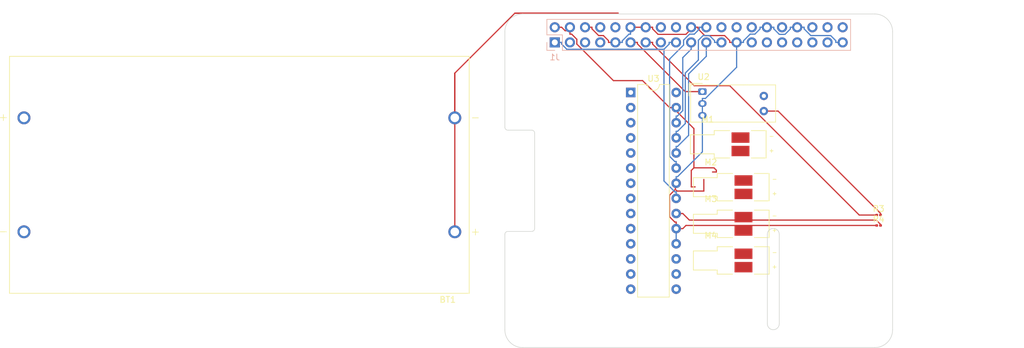
<source format=kicad_pcb>
(kicad_pcb (version 20240108) (generator "pcbnew") (generator_version "8.0")
  (title_block (date "15 nov 2012"))
  (layers (0 "F.Cu" signal) (31 "B.Cu" signal) (34 "B.Paste" user) (35 "F.Paste" user) (36 "B.SilkS" user "B.Silkscreen") (37 "F.SilkS" user "F.Silkscreen") (38 "B.Mask" user) (39 "F.Mask" user) (44 "Edge.Cuts" user))
  (net 0 "")
  (net 1 "GND")
  (net 2 "/GPIO2{slash}SDA1")
  (net 3 "/GPIO3{slash}SCL1")
  (net 4 "/GPIO4{slash}GPCLK0")
  (net 5 "/GPIO14{slash}TXD0")
  (net 6 "/GPIO15{slash}RXD0")
  (net 7 "/GPIO17")
  (net 8 "/GPIO27")
  (net 9 "/GPIO22")
  (net 10 "/GPIO23")
  (net 11 "/GPIO24")
  (net 12 "/GPIO10{slash}SPI0.MOSI")
  (net 13 "/GPIO9{slash}SPI0.MISO")
  (net 14 "/GPIO25")
  (net 15 "/GPIO11{slash}SPI0.SCLK")
  (net 16 "/GPIO8{slash}SPI0.CE0")
  (net 17 "/GPIO7{slash}SPI0.CE1")
  (net 18 "/ID_SDA")
  (net 19 "/ID_SCL")
  (net 20 "/GPIO5")
  (net 21 "/GPIO6")
  (net 22 "/GPIO12{slash}PWM0")
  (net 23 "/GPIO13{slash}PWM1")
  (net 24 "/GPIO19{slash}PCM.FS")
  (net 25 "/GPIO16")
  (net 26 "/GPIO26")
  (net 27 "/GPIO20{slash}PCM.DIN")
  (net 28 "/GPIO21{slash}PCM.DOUT")
  (net 29 "+5V")
  (net 30 "+3V3")
  (net 31 "Net-(U2-A)")
  (net 51 "Net-(U3-IREF)")
  (footprint "MountingHole:MountingHole_2.7mm_M2.5" (layer "F.Cu") (at 161.5 47.5)
    (property "Reference" "MH2" (hide yes))
    (property "Value" "MountingHole_2.7mm_M2.5" (hide yes))
    (pad "" np_thru_hole circle (at 0 0) (size 2.7 2.7) (drill 2.7) (layers "*.Cu" "*.Mask"))
  )
  (footprint "1049:BAT_1049" (layer "F.Cu") (at 55.5 71 180)
    (property "Reference" "BT1" (at -34.925 -20.955 0) (layer "F.SilkS"))
    (property "Value" "1049")
    (fp_line (start 40.065 -9.565) (end 39.065 -9.565) (stroke (width 0.127)) (layer "F.SilkS"))
    (fp_line (start 39.565 9.105) (end 39.565 10.105) (stroke (width 0.127)) (layer "F.SilkS"))
    (fp_line (start 39.065 9.605) (end 40.065 9.605) (stroke (width 0.127)) (layer "F.SilkS"))
    (fp_line (start 38.53 19.89) (end -38.53 19.89) (stroke (width 0.127)) (layer "F.SilkS"))
    (fp_line (start 38.53 -19.89) (end 38.53 19.89) (stroke (width 0.127)) (layer "F.SilkS"))
    (fp_line (start -38.53 19.89) (end -38.53 -19.89) (stroke (width 0.127)) (layer "F.SilkS"))
    (fp_line (start -38.53 -19.89) (end 38.53 -19.89) (stroke (width 0.127)) (layer "F.SilkS"))
    (fp_line (start -39.065 -9.605) (end -40.065 -9.605) (stroke (width 0.127)) (layer "F.SilkS"))
    (fp_line (start -39.565 -9.105) (end -39.565 -10.105) (stroke (width 0.127)) (layer "F.SilkS"))
    (fp_line (start -40.065 9.565) (end -39.065 9.565) (stroke (width 0.127)) (layer "F.SilkS"))
    (pad "" np_thru_hole circle (at -27.31 -0.015 180) (size 3.31 3.31) (drill 3.31) (layers "*.Cu" "*.Mask"))
    (pad "" np_thru_hole circle (at -27.31 17.5 180) (size 3.68 3.68) (drill 3.68) (layers "*.Cu" "*.Mask"))
    (pad "" np_thru_hole circle (at 27.89 -17.5 180) (size 3.68 3.68) (drill 3.68) (layers "*.Cu" "*.Mask"))
    (pad "" np_thru_hole circle (at 27.89 -0.015 180) (size 3.31 3.31) (drill 3.31) (layers "*.Cu" "*.Mask"))
    (pad "" np_thru_hole circle (at 36.11 17.5 180) (size 2.51 2.51) (drill 2.51) (layers "*.Cu" "*.Mask"))
    (pad "N1" thru_hole circle (at 36.11 -9.565 180) (size 2.175 2.175) (drill 1.45) (layers "*.Cu" "*.Mask") (net 1 "GND"))
    (pad "N2" thru_hole circle (at -36.11 9.565 180) (size 2.175 2.175) (drill 1.45) (layers "*.Cu" "*.Mask") (net 29 "+5V"))
    (pad "P1" thru_hole circle (at -36.11 -9.565 180) (size 2.175 2.175) (drill 1.45) (layers "*.Cu" "*.Mask") (net 29 "+5V"))
    (pad "P2" thru_hole circle (at 36.11 9.565 180) (size 2.175 2.175) (drill 1.45) (layers "*.Cu" "*.Mask") (net 1 "GND"))
  )
  (footprint "HD-EMB1305-SC:PUI_HD-EMB1305-SC" (layer "F.Cu") (at 140 73.075)
    (property "Reference" "M2" (at -5.475 -4.185 0) (layer "F.SilkS"))
    (property "Value" "Motor_DC")
    (fp_line (start -8.4 -1.6) (end -4.4 -1.6) (stroke (width 0.127)) (layer "F.SilkS"))
    (fp_line (start -8.4 1.6) (end -8.4 -1.6) (stroke (width 0.127)) (layer "F.SilkS"))
    (fp_line (start -4.4 -2.3) (end -1.82 -2.3) (stroke (width 0.127)) (layer "F.SilkS"))
    (fp_line (start -4.4 -1.6) (end -4.4 -2.3) (stroke (width 0.127)) (layer "F.SilkS"))
    (fp_line (start -4.4 1.6) (end -8.4 1.6) (stroke (width 0.127)) (layer "F.SilkS"))
    (fp_line (start -4.4 2.3) (end -4.4 1.6) (stroke (width 0.127)) (layer "F.SilkS"))
    (fp_line (start -1.82 2.3) (end -4.4 2.3) (stroke (width 0.127)) (layer "F.SilkS"))
    (fp_line (start 1.82 -2.3) (end 4.3 -2.3) (stroke (width 0.127)) (layer "F.SilkS"))
    (fp_line (start 4.3 -2.3) (end 4.3 2.3) (stroke (width 0.127)) (layer "F.SilkS"))
    (fp_line (start 4.3 2.3) (end 1.82 2.3) (stroke (width 0.127)) (layer "F.SilkS"))
    (fp_line (start 4.957 -1.318) (end 5.457 -1.318) (stroke (width 0.127)) (layer "F.SilkS"))
    (fp_line (start 4.957 1.095) (end 5.457 1.095) (stroke (width 0.127)) (layer "F.SilkS"))
    (fp_line (start 5.207 0.845) (end 5.207 1.345) (stroke (width 0.127)) (layer "F.SilkS"))
    (pad "N" smd rect (at 0 -1.125) (size 3 1.75) (layers "F.Cu" "F.Paste" "F.Mask"))
    (pad "P" smd rect (at 0 1.125) (size 3 1.75) (layers "F.Cu" "F.Paste" "F.Mask"))
  )
  (footprint "Resistor_SMD:R_0201_0603Metric" (layer "F.Cu") (at 162.655 79.5)
    (property "Reference" "R4" (at 0 -1.05 0) (layer "F.SilkS"))
    (property "Value" "10k")
    (pad "1" smd roundrect (at -0.32 0) (size 0.46 0.4) (layers "F.Cu" "F.Mask") (net 1 "GND"))
    (pad "2" smd roundrect (at 0.32 0) (size 0.46 0.4) (layers "F.Cu" "F.Mask") (net 51 "Net-(U3-IREF)"))
  )
  (footprint "MountingHole:MountingHole_2.7mm_M2.5" (layer "F.Cu") (at 103.5 96.5)
    (property "Reference" "MH3" (hide yes))
    (property "Value" "MountingHole_2.7mm_M2.5" (hide yes))
    (pad "" np_thru_hole circle (at 0 0) (size 2.7 2.7) (drill 2.7) (layers "*.Cu" "*.Mask"))
  )
  (footprint "MountingHole:MountingHole_2.7mm_M2.5" (layer "F.Cu") (at 103.5 47.5)
    (property "Reference" "MH1" (hide yes))
    (property "Value" "MountingHole_2.7mm_M2.5" (hide yes))
    (pad "" np_thru_hole circle (at 0 0) (size 2.7 2.7) (drill 2.7) (layers "*.Cu" "*.Mask"))
  )
  (footprint "Resistor_SMD:R_0201_0603Metric" (layer "F.Cu") (at 162.655 77.75)
    (property "Reference" "R3" (at 0 -1.05 0) (layer "F.SilkS"))
    (property "Value" "10k")
    (pad "1" smd roundrect (at -0.32 0) (size 0.46 0.4) (layers "F.Cu" "F.Mask") (net 8 "/GPIO27"))
    (pad "2" smd roundrect (at 0.32 0) (size 0.46 0.4) (layers "F.Cu" "F.Mask") (net 31 "Net-(U2-A)"))
  )
  (footprint "OptoDevice:Kodenshi_LG206D" (layer "F.Cu") (at 133.115 57.03)
    (property "Reference" "U2" (at 0.2 -2.47 0) (layer "F.SilkS"))
    (property "Value" "LG206D")
    (fp_line (start -2.23 -1.37) (end 0 -1.37) (stroke (width 0.12)) (layer "F.SilkS"))
    (fp_line (start -2.23 0.73) (end -2.23 -1.37) (stroke (width 0.12)) (layer "F.SilkS"))
    (fp_line (start -1.97 -1.12) (end 12.27 -1.12) (stroke (width 0.12)) (layer "F.SilkS"))
    (fp_line (start -1.97 5.12) (end -1.97 -1.12) (stroke (width 0.12)) (layer "F.SilkS"))
    (fp_line (start 12.27 -1.12) (end 12.27 5.12) (stroke (width 0.12)) (layer "F.SilkS"))
    (fp_line (start 12.27 5.12) (end -1.97 5.12) (stroke (width 0.12)) (layer "F.SilkS"))
    (pad "" np_thru_hole circle (at -1.45 4.6) (size 0.8 0.8) (drill 0.8) (layers "*.Cu" "*.Mask"))
    (pad "" np_thru_hole circle (at 7.51 -0.6) (size 0.8 0.8) (drill 0.8) (layers "*.Cu" "*.Mask"))
    (pad "1" thru_hole roundrect (at 0 0) (size 1.4 1.1) (drill 0.7) (layers "*.Cu" "*.Mask") (roundrect_rratio 0.227) (net 7 "/GPIO17"))
    (pad "2" thru_hole oval (at 0 2) (size 1.4 1.1) (drill 0.7) (layers "*.Cu" "*.Mask") (net 1 "GND"))
    (pad "3" thru_hole oval (at 0 4) (size 1.4 1.1) (drill 0.7) (layers "*.Cu" "*.Mask") (net 1 "GND"))
    (pad "4" thru_hole circle (at 10.3 3.27) (size 1.4 1.4) (drill 0.7) (layers "*.Cu" "*.Mask") (net 31 "Net-(U2-A)"))
    (pad "5" thru_hole circle (at 10.3 0.73) (size 1.4 1.4) (drill 0.7) (layers "*.Cu" "*.Mask"))
  )
  (footprint "MountingHole:MountingHole_2.7mm_M2.5" (layer "F.Cu") (at 161.5 96.5)
    (property "Reference" "MH4" (hide yes))
    (property "Value" "MountingHole_2.7mm_M2.5" (hide yes))
    (pad "" np_thru_hole circle (at 0 0) (size 2.7 2.7) (drill 2.7) (layers "*.Cu" "*.Mask"))
  )
  (footprint "Package_DIP:DIP-28_W7.62mm" (layer "F.Cu") (at 121.1 57.175)
    (property "Reference" "U3" (at 3.81 -2.33 0) (layer "F.SilkS"))
    (property "Value" "TLC5940NT")
    (fp_line (start 1.16 -1.33) (end 1.16 34.35) (stroke (width 0.12)) (layer "F.SilkS"))
    (fp_line (start 1.16 34.35) (end 6.46 34.35) (stroke (width 0.12)) (layer "F.SilkS"))
    (fp_line (start 2.81 -1.33) (end 1.16 -1.33) (stroke (width 0.12)) (layer "F.SilkS"))
    (fp_line (start 6.46 -1.33) (end 4.81 -1.33) (stroke (width 0.12)) (layer "F.SilkS"))
    (fp_line (start 6.46 34.35) (end 6.46 -1.33) (stroke (width 0.12)) (layer "F.SilkS"))
    (fp_arc (start 4.81 -1.33) (mid 3.81 -0.33) (end 2.81 -1.33) (stroke (width 0.12)) (layer "F.SilkS"))
    (pad "1" thru_hole rect (at 0 0) (size 1.6 1.6) (drill 0.8) (layers "*.Cu" "*.Mask"))
    (pad "2" thru_hole oval (at 0 2.54) (size 1.6 1.6) (drill 0.8) (layers "*.Cu" "*.Mask"))
    (pad "3" thru_hole oval (at 0 5.08) (size 1.6 1.6) (drill 0.8) (layers "*.Cu" "*.Mask"))
    (pad "4" thru_hole oval (at 0 7.62) (size 1.6 1.6) (drill 0.8) (layers "*.Cu" "*.Mask"))
    (pad "5" thru_hole oval (at 0 10.16) (size 1.6 1.6) (drill 0.8) (layers "*.Cu" "*.Mask"))
    (pad "6" thru_hole oval (at 0 12.7) (size 1.6 1.6) (drill 0.8) (layers "*.Cu" "*.Mask"))
    (pad "7" thru_hole oval (at 0 15.24) (size 1.6 1.6) (drill 0.8) (layers "*.Cu" "*.Mask"))
    (pad "8" thru_hole oval (at 0 17.78) (size 1.6 1.6) (drill 0.8) (layers "*.Cu" "*.Mask"))
    (pad "9" thru_hole oval (at 0 20.32) (size 1.6 1.6) (drill 0.8) (layers "*.Cu" "*.Mask"))
    (pad "10" thru_hole oval (at 0 22.86) (size 1.6 1.6) (drill 0.8) (layers "*.Cu" "*.Mask"))
    (pad "11" thru_hole oval (at 0 25.4) (size 1.6 1.6) (drill 0.8) (layers "*.Cu" "*.Mask"))
    (pad "12" thru_hole oval (at 0 27.94) (size 1.6 1.6) (drill 0.8) (layers "*.Cu" "*.Mask"))
    (pad "13" thru_hole oval (at 0 30.48) (size 1.6 1.6) (drill 0.8) (layers "*.Cu" "*.Mask"))
    (pad "14" thru_hole oval (at 0 33.02) (size 1.6 1.6) (drill 0.8) (layers "*.Cu" "*.Mask"))
    (pad "15" thru_hole oval (at 7.62 33.02) (size 1.6 1.6) (drill 0.8) (layers "*.Cu" "*.Mask"))
    (pad "16" thru_hole oval (at 7.62 30.48) (size 1.6 1.6) (drill 0.8) (layers "*.Cu" "*.Mask"))
    (pad "17" thru_hole oval (at 7.62 27.94) (size 1.6 1.6) (drill 0.8) (layers "*.Cu" "*.Mask"))
    (pad "18" thru_hole oval (at 7.62 25.4) (size 1.6 1.6) (drill 0.8) (layers "*.Cu" "*.Mask") (net 1 "GND"))
    (pad "19" thru_hole oval (at 7.62 22.86) (size 1.6 1.6) (drill 0.8) (layers "*.Cu" "*.Mask") (net 1 "GND"))
    (pad "20" thru_hole oval (at 7.62 20.32) (size 1.6 1.6) (drill 0.8) (layers "*.Cu" "*.Mask") (net 51 "Net-(U3-IREF)"))
    (pad "21" thru_hole oval (at 7.62 17.78) (size 1.6 1.6) (drill 0.8) (layers "*.Cu" "*.Mask") (net 30 "+3V3"))
    (pad "22" thru_hole oval (at 7.62 15.24) (size 1.6 1.6) (drill 0.8) (layers "*.Cu" "*.Mask") (net 1 "GND"))
    (pad "23" thru_hole oval (at 7.62 12.7) (size 1.6 1.6) (drill 0.8) (layers "*.Cu" "*.Mask") (net 14 "/GPIO25"))
    (pad "24" thru_hole oval (at 7.62 10.16) (size 1.6 1.6) (drill 0.8) (layers "*.Cu" "*.Mask") (net 13 "/GPIO9{slash}SPI0.MISO"))
    (pad "25" thru_hole oval (at 7.62 7.62) (size 1.6 1.6) (drill 0.8) (layers "*.Cu" "*.Mask") (net 15 "/GPIO11{slash}SPI0.SCLK"))
    (pad "26" thru_hole oval (at 7.62 5.08) (size 1.6 1.6) (drill 0.8) (layers "*.Cu" "*.Mask") (net 12 "/GPIO10{slash}SPI0.MOSI"))
    (pad "27" thru_hole oval (at 7.62 2.54) (size 1.6 1.6) (drill 0.8) (layers "*.Cu" "*.Mask") (net 29 "+5V"))
    (pad "28" thru_hole oval (at 7.62 0) (size 1.6 1.6) (drill 0.8) (layers "*.Cu" "*.Mask"))
  )
  (footprint "HD-EMB1305-SC:PUI_HD-EMB1305-SC" (layer "F.Cu") (at 140 85.375)
    (property "Reference" "M4" (at -5.475 -4.185 0) (layer "F.SilkS"))
    (property "Value" "Motor_DC")
    (fp_line (start -8.4 -1.6) (end -4.4 -1.6) (stroke (width 0.127)) (layer "F.SilkS"))
    (fp_line (start -8.4 1.6) (end -8.4 -1.6) (stroke (width 0.127)) (layer "F.SilkS"))
    (fp_line (start -4.4 -2.3) (end -1.82 -2.3) (stroke (width 0.127)) (layer "F.SilkS"))
    (fp_line (start -4.4 -1.6) (end -4.4 -2.3) (stroke (width 0.127)) (layer "F.SilkS"))
    (fp_line (start -4.4 1.6) (end -8.4 1.6) (stroke (width 0.127)) (layer "F.SilkS"))
    (fp_line (start -4.4 2.3) (end -4.4 1.6) (stroke (width 0.127)) (layer "F.SilkS"))
    (fp_line (start -1.82 2.3) (end -4.4 2.3) (stroke (width 0.127)) (layer "F.SilkS"))
    (fp_line (start 1.82 -2.3) (end 4.3 -2.3) (stroke (width 0.127)) (layer "F.SilkS"))
    (fp_line (start 4.3 -2.3) (end 4.3 2.3) (stroke (width 0.127)) (layer "F.SilkS"))
    (fp_line (start 4.3 2.3) (end 1.82 2.3) (stroke (width 0.127)) (layer "F.SilkS"))
    (fp_line (start 4.957 -1.318) (end 5.457 -1.318) (stroke (width 0.127)) (layer "F.SilkS"))
    (fp_line (start 4.957 1.095) (end 5.457 1.095) (stroke (width 0.127)) (layer "F.SilkS"))
    (fp_line (start 5.207 0.845) (end 5.207 1.345) (stroke (width 0.127)) (layer "F.SilkS"))
    (pad "N" smd rect (at 0 -1.125) (size 3 1.75) (layers "F.Cu" "F.Paste" "F.Mask"))
    (pad "P" smd rect (at 0 1.125) (size 3 1.75) (layers "F.Cu" "F.Paste" "F.Mask"))
  )
  (footprint "HD-EMB1305-SC:PUI_HD-EMB1305-SC" (layer "F.Cu") (at 140 79.225)
    (property "Reference" "M3" (at -5.475 -4.185 0) (layer "F.SilkS"))
    (property "Value" "Motor_DC")
    (fp_line (start -8.4 -1.6) (end -4.4 -1.6) (stroke (width 0.127)) (layer "F.SilkS"))
    (fp_line (start -8.4 1.6) (end -8.4 -1.6) (stroke (width 0.127)) (layer "F.SilkS"))
    (fp_line (start -4.4 -2.3) (end -1.82 -2.3) (stroke (width 0.127)) (layer "F.SilkS"))
    (fp_line (start -4.4 -1.6) (end -4.4 -2.3) (stroke (width 0.127)) (layer "F.SilkS"))
    (fp_line (start -4.4 1.6) (end -8.4 1.6) (stroke (width 0.127)) (layer "F.SilkS"))
    (fp_line (start -4.4 2.3) (end -4.4 1.6) (stroke (width 0.127)) (layer "F.SilkS"))
    (fp_line (start -1.82 2.3) (end -4.4 2.3) (stroke (width 0.127)) (layer "F.SilkS"))
    (fp_line (start 1.82 -2.3) (end 4.3 -2.3) (stroke (width 0.127)) (layer "F.SilkS"))
    (fp_line (start 4.3 -2.3) (end 4.3 2.3) (stroke (width 0.127)) (layer "F.SilkS"))
    (fp_line (start 4.3 2.3) (end 1.82 2.3) (stroke (width 0.127)) (layer "F.SilkS"))
    (fp_line (start 4.957 -1.318) (end 5.457 -1.318) (stroke (width 0.127)) (layer "F.SilkS"))
    (fp_line (start 4.957 1.095) (end 5.457 1.095) (stroke (width 0.127)) (layer "F.SilkS"))
    (fp_line (start 5.207 0.845) (end 5.207 1.345) (stroke (width 0.127)) (layer "F.SilkS"))
    (pad "N" smd rect (at 0 -1.125) (size 3 1.75) (layers "F.Cu" "F.Paste" "F.Mask"))
    (pad "P" smd rect (at 0 1.125) (size 3 1.75) (layers "F.Cu" "F.Paste" "F.Mask"))
  )
  (footprint "HD-EMB1305-SC:PUI_HD-EMB1305-SC" (layer "F.Cu") (at 139.5 65.875)
    (property "Reference" "M1" (at -5.475 -4.185 0) (layer "F.SilkS"))
    (property "Value" "Motor_DC")
    (fp_line (start -8.4 -1.6) (end -4.4 -1.6) (stroke (width 0.127)) (layer "F.SilkS"))
    (fp_line (start -8.4 1.6) (end -8.4 -1.6) (stroke (width 0.127)) (layer "F.SilkS"))
    (fp_line (start -4.4 -2.3) (end -1.82 -2.3) (stroke (width 0.127)) (layer "F.SilkS"))
    (fp_line (start -4.4 -1.6) (end -4.4 -2.3) (stroke (width 0.127)) (layer "F.SilkS"))
    (fp_line (start -4.4 1.6) (end -8.4 1.6) (stroke (width 0.127)) (layer "F.SilkS"))
    (fp_line (start -4.4 2.3) (end -4.4 1.6) (stroke (width 0.127)) (layer "F.SilkS"))
    (fp_line (start -1.82 2.3) (end -4.4 2.3) (stroke (width 0.127)) (layer "F.SilkS"))
    (fp_line (start 1.82 -2.3) (end 4.3 -2.3) (stroke (width 0.127)) (layer "F.SilkS"))
    (fp_line (start 4.3 -2.3) (end 4.3 2.3) (stroke (width 0.127)) (layer "F.SilkS"))
    (fp_line (start 4.3 2.3) (end 1.82 2.3) (stroke (width 0.127)) (layer "F.SilkS"))
    (fp_line (start 4.957 -1.318) (end 5.457 -1.318) (stroke (width 0.127)) (layer "F.SilkS"))
    (fp_line (start 4.957 1.095) (end 5.457 1.095) (stroke (width 0.127)) (layer "F.SilkS"))
    (fp_line (start 5.207 0.845) (end 5.207 1.345) (stroke (width 0.127)) (layer "F.SilkS"))
    (pad "N" smd rect (at 0 -1.125) (size 3 1.75) (layers "F.Cu" "F.Paste" "F.Mask"))
    (pad "P" smd rect (at 0 1.125) (size 3 1.75) (layers "F.Cu" "F.Paste" "F.Mask"))
  )
  (footprint "Connector_PinSocket_2.54mm:PinSocket_2x20_P2.54mm_Vertical" (layer "B.Cu") (at 108.37 48.77 -90)
    (property "Reference" "J1" (at 2.5 0 0) (layer "B.SilkS") (effects (justify mirror)))
    (property "Value" "GPIO")
    (fp_line (start -3.87 1.33) (end -1.27 1.33) (stroke (width 0.12)) (layer "B.SilkS"))
    (fp_line (start -3.87 1.33) (end -3.87 -49.59) (stroke (width 0.12)) (layer "B.SilkS"))
    (fp_line (start -1.27 1.33) (end -1.27 -1.27) (stroke (width 0.12)) (layer "B.SilkS"))
    (fp_line (start 0 1.33) (end 1.33 1.33) (stroke (width 0.12)) (layer "B.SilkS"))
    (fp_line (start 1.33 1.33) (end 1.33 0) (stroke (width 0.12)) (layer "B.SilkS"))
    (fp_line (start -1.27 -1.27) (end 1.33 -1.27) (stroke (width 0.12)) (layer "B.SilkS"))
    (fp_line (start 1.33 -1.27) (end 1.33 -49.59) (stroke (width 0.12)) (layer "B.SilkS"))
    (fp_line (start -3.87 -49.59) (end 1.33 -49.59) (stroke (width 0.12)) (layer "B.SilkS"))
    (pad "1" thru_hole rect (at 0 0 270) (size 1.7 1.7) (drill 1) (layers "*.Cu" "*.Mask") (net 30 "+3V3"))
    (pad "2" thru_hole oval (at -2.54 0 270) (size 1.7 1.7) (drill 1) (layers "*.Cu" "*.Mask") (net 29 "+5V"))
    (pad "3" thru_hole oval (at 0 -2.54 270) (size 1.7 1.7) (drill 1) (layers "*.Cu" "*.Mask") (net 2 "/GPIO2{slash}SDA1"))
    (pad "4" thru_hole oval (at -2.54 -2.54 270) (size 1.7 1.7) (drill 1) (layers "*.Cu" "*.Mask") (net 29 "+5V"))
    (pad "5" thru_hole oval (at 0 -5.08 270) (size 1.7 1.7) (drill 1) (layers "*.Cu" "*.Mask") (net 3 "/GPIO3{slash}SCL1"))
    (pad "6" thru_hole oval (at -2.54 -5.08 270) (size 1.7 1.7) (drill 1) (layers "*.Cu" "*.Mask") (net 1 "GND"))
    (pad "7" thru_hole oval (at 0 -7.62 270) (size 1.7 1.7) (drill 1) (layers "*.Cu" "*.Mask") (net 4 "/GPIO4{slash}GPCLK0"))
    (pad "8" thru_hole oval (at -2.54 -7.62 270) (size 1.7 1.7) (drill 1) (layers "*.Cu" "*.Mask") (net 5 "/GPIO14{slash}TXD0"))
    (pad "9" thru_hole oval (at 0 -10.16 270) (size 1.7 1.7) (drill 1) (layers "*.Cu" "*.Mask") (net 1 "GND"))
    (pad "10" thru_hole oval (at -2.54 -10.16 270) (size 1.7 1.7) (drill 1) (layers "*.Cu" "*.Mask") (net 6 "/GPIO15{slash}RXD0"))
    (pad "11" thru_hole oval (at 0 -12.7 270) (size 1.7 1.7) (drill 1) (layers "*.Cu" "*.Mask") (net 7 "/GPIO17"))
    (pad "12" thru_hole oval (at -2.54 -12.7 270) (size 1.7 1.7) (drill 1) (layers "*.Cu" "*.Mask") (net 1 "GND"))
    (pad "13" thru_hole oval (at 0 -15.24 270) (size 1.7 1.7) (drill 1) (layers "*.Cu" "*.Mask") (net 8 "/GPIO27"))
    (pad "14" thru_hole oval (at -2.54 -15.24 270) (size 1.7 1.7) (drill 1) (layers "*.Cu" "*.Mask") (net 1 "GND"))
    (pad "15" thru_hole oval (at 0 -17.78 270) (size 1.7 1.7) (drill 1) (layers "*.Cu" "*.Mask") (net 9 "/GPIO22"))
    (pad "16" thru_hole oval (at -2.54 -17.78 270) (size 1.7 1.7) (drill 1) (layers "*.Cu" "*.Mask") (net 10 "/GPIO23"))
    (pad "17" thru_hole oval (at 0 -20.32 270) (size 1.7 1.7) (drill 1) (layers "*.Cu" "*.Mask") (net 30 "+3V3"))
    (pad "18" thru_hole oval (at -2.54 -20.32 270) (size 1.7 1.7) (drill 1) (layers "*.Cu" "*.Mask") (net 11 "/GPIO24"))
    (pad "19" thru_hole oval (at 0 -22.86 270) (size 1.7 1.7) (drill 1) (layers "*.Cu" "*.Mask") (net 12 "/GPIO10{slash}SPI0.MOSI"))
    (pad "20" thru_hole oval (at -2.54 -22.86 270) (size 1.7 1.7) (drill 1) (layers "*.Cu" "*.Mask") (net 1 "GND"))
    (pad "21" thru_hole oval (at 0 -25.4 270) (size 1.7 1.7) (drill 1) (layers "*.Cu" "*.Mask") (net 13 "/GPIO9{slash}SPI0.MISO"))
    (pad "22" thru_hole oval (at -2.54 -25.4 270) (size 1.7 1.7) (drill 1) (layers "*.Cu" "*.Mask") (net 14 "/GPIO25"))
    (pad "23" thru_hole oval (at 0 -27.94 270) (size 1.7 1.7) (drill 1) (layers "*.Cu" "*.Mask") (net 15 "/GPIO11{slash}SPI0.SCLK"))
    (pad "24" thru_hole oval (at -2.54 -27.94 270) (size 1.7 1.7) (drill 1) (layers "*.Cu" "*.Mask") (net 16 "/GPIO8{slash}SPI0.CE0"))
    (pad "25" thru_hole oval (at 0 -30.48 270) (size 1.7 1.7) (drill 1) (layers "*.Cu" "*.Mask") (net 1 "GND"))
    (pad "26" thru_hole oval (at -2.54 -30.48 270) (size 1.7 1.7) (drill 1) (layers "*.Cu" "*.Mask") (net 17 "/GPIO7{slash}SPI0.CE1"))
    (pad "27" thru_hole oval (at 0 -33.02 270) (size 1.7 1.7) (drill 1) (layers "*.Cu" "*.Mask") (net 18 "/ID_SDA"))
    (pad "28" thru_hole oval (at -2.54 -33.02 270) (size 1.7 1.7) (drill 1) (layers "*.Cu" "*.Mask") (net 19 "/ID_SCL"))
    (pad "29" thru_hole oval (at 0 -35.56 270) (size 1.7 1.7) (drill 1) (layers "*.Cu" "*.Mask") (net 20 "/GPIO5"))
    (pad "30" thru_hole oval (at -2.54 -35.56 270) (size 1.7 1.7) (drill 1) (layers "*.Cu" "*.Mask") (net 1 "GND"))
    (pad "31" thru_hole oval (at 0 -38.1 270) (size 1.7 1.7) (drill 1) (layers "*.Cu" "*.Mask") (net 21 "/GPIO6"))
    (pad "32" thru_hole oval (at -2.54 -38.1 270) (size 1.7 1.7) (drill 1) (layers "*.Cu" "*.Mask") (net 22 "/GPIO12{slash}PWM0"))
    (pad "33" thru_hole oval (at 0 -40.64 270) (size 1.7 1.7) (drill 1) (layers "*.Cu" "*.Mask") (net 23 "/GPIO13{slash}PWM1"))
    (pad "34" thru_hole oval (at -2.54 -40.64 270) (size 1.7 1.7) (drill 1) (layers "*.Cu" "*.Mask") (net 1 "GND"))
    (pad "35" thru_hole oval (at 0 -43.18 270) (size 1.7 1.7) (drill 1) (layers "*.Cu" "*.Mask") (net 24 "/GPIO19{slash}PCM.FS"))
    (pad "36" thru_hole oval (at -2.54 -43.18 270) (size 1.7 1.7) (drill 1) (layers "*.Cu" "*.Mask") (net 25 "/GPIO16"))
    (pad "37" thru_hole oval (at 0 -45.72 270) (size 1.7 1.7) (drill 1) (layers "*.Cu" "*.Mask") (net 26 "/GPIO26"))
    (pad "38" thru_hole oval (at -2.54 -45.72 270) (size 1.7 1.7) (drill 1) (layers "*.Cu" "*.Mask") (net 27 "/GPIO20{slash}PCM.DIN"))
    (pad "39" thru_hole oval (at 0 -48.26 270) (size 1.7 1.7) (drill 1) (layers "*.Cu" "*.Mask") (net 1 "GND"))
    (pad "40" thru_hole oval (at -2.54 -48.26 270) (size 1.7 1.7) (drill 1) (layers "*.Cu" "*.Mask") (net 28 "/GPIO21{slash}PCM.DOUT"))
  )
  (gr_arc (start 100.5 63.5) (mid 100.146447 63.353553) (end 100 63) (stroke (width 0.1)) (layer "Edge.Cuts"))
  (gr_arc (start 162 44) (mid 164.12132 44.87868) (end 165 47) (stroke (width 0.1)) (layer "Edge.Cuts"))
  (gr_line (start 165 97) (end 165 47) (stroke (width 0.1)) (layer "Edge.Cuts"))
  (gr_line (start 100 47) (end 100 63) (stroke (width 0.1)) (layer "Edge.Cuts"))
  (gr_line (start 146 81) (end 146 96) (stroke (width 0.1)) (layer "Edge.Cuts"))
  (gr_line (start 144 96) (end 144 81) (stroke (width 0.1)) (layer "Edge.Cuts"))
  (gr_arc (start 103 100) (mid 100.87868 99.12132) (end 100 97) (stroke (width 0.1)) (layer "Edge.Cuts"))
  (gr_line (start 103 100) (end 162 100) (stroke (width 0.1)) (layer "Edge.Cuts"))
  (gr_line (start 104.5 80.5) (end 100.5 80.5) (stroke (width 0.1)) (layer "Edge.Cuts"))
  (gr_arc (start 144 81) (mid 145 80) (end 146 81) (stroke (width 0.1)) (layer "Edge.Cuts"))
  (gr_arc (start 100 81) (mid 100.146138 80.646755) (end 100.499127 80.500001) (stroke (width 0.1)) (layer "Edge.Cuts"))
  (gr_arc (start 165 97) (mid 164.12132 99.12132) (end 162 100) (stroke (width 0.1)) (layer "Edge.Cuts"))
  (gr_line (start 105 64) (end 105 80) (stroke (width 0.1)) (layer "Edge.Cuts"))
  (gr_arc (start 100 47) (mid 100.87868 44.87868) (end 103 44) (stroke (width 0.1)) (layer "Edge.Cuts"))
  (gr_arc (start 146 96) (mid 145 97) (end 144 96) (stroke (width 0.1)) (layer "Edge.Cuts"))
  (gr_line (start 100 81) (end 100 97) (stroke (width 0.1)) (layer "Edge.Cuts"))
  (gr_line (start 100.5 63.5) (end 104.5 63.5) (stroke (width 0.1)) (layer "Edge.Cuts"))
  (gr_arc (start 105 80) (mid 104.853553 80.353553) (end 104.5 80.5) (stroke (width 0.1)) (layer "Edge.Cuts"))
  (gr_arc (start 104.5 63.5) (mid 104.853553 63.646447) (end 105 64) (stroke (width 0.1)) (layer "Edge.Cuts"))
  (gr_line (start 162 44) (end 103 44) (stroke (width 0.1)) (layer "Edge.Cuts"))
  (segment (start 118.53 48.77) (end 117.378 48.77) (width 0.2) (layer "F.Cu") (net 1))
  (segment (start 128.72 80.035) (end 129.822 80.035) (width 0.2) (layer "F.Cu") (net 1))
  (segment (start 114.602 46.23) (end 113.45 46.23) (width 0.2) (layer "F.Cu") (net 1))
  (segment (start 128.581 73.444) (end 128.864 73.7267) (width 0.2) (layer "F.Cu") (net 1))
  (segment (start 124.762 46.4985) (end 124.762 46.23) (width 0.2) (layer "F.Cu") (net 1))
  (segment (start 114.602 46.4985) (end 114.602 46.23) (width 0.2) (layer "F.Cu") (net 1))
  (segment (start 128.581 73.444) (end 127.61 74.4153) (width 0.2) (layer "F.Cu") (net 1))
  (segment (start 128.72 72.9659) (end 128.581 73.105) (width 0.2) (layer "F.Cu") (net 1))
  (segment (start 137.698 48.77) (end 137.698 48.482) (width 0.2) (layer "F.Cu") (net 1))
  (segment (start 127.61 78.0513) (end 128.492 78.9333) (width 0.2) (layer "F.Cu") (net 1))
  (segment (start 138.85 48.77) (end 137.698 48.77) (width 0.2) (layer "F.Cu") (net 1))
  (segment (start 125.684 47.4206) (end 124.762 46.4985) (width 0.2) (layer "F.Cu") (net 1))
  (segment (start 124.762 46.23) (end 123.61 46.23) (width 0.2) (layer "F.Cu") (net 1))
  (segment (start 116.515 47.6183) (end 115.722 47.6183) (width 0.2) (layer "F.Cu") (net 1))
  (segment (start 117.378 48.77) (end 117.378 48.482) (width 0.2) (layer "F.Cu") (net 1))
  (segment (start 117.378 48.482) (end 116.515 47.6183) (width 0.2) (layer "F.Cu") (net 1))
  (segment (start 130.341 47.4206) (end 125.684 47.4206) (width 0.2) (layer "F.Cu") (net 1))
  (segment (start 136.835 47.6183) (end 133.502 47.6183) (width 0.2) (layer "F.Cu") (net 1))
  (segment (start 131.23 46.23) (end 131.531 46.23) (width 0.2) (layer "F.Cu") (net 1))
  (segment (start 128.492 78.9333) (end 128.72 78.9333) (width 0.2) (layer "F.Cu") (net 1))
  (segment (start 128.581 73.105) (end 128.581 73.444) (width 0.2) (layer "F.Cu") (net 1))
  (segment (start 137.698 48.482) (end 136.835 47.6183) (width 0.2) (layer "F.Cu") (net 1))
  (segment (start 128.72 78.9333) (end 128.72 80.035) (width 0.2) (layer "F.Cu") (net 1))
  (segment (start 123.61 46.23) (end 121.07 46.23) (width 0.2) (layer "F.Cu") (net 1))
  (segment (start 133.502 47.6183) (end 132.382 46.4985) (width 0.2) (layer "F.Cu") (net 1))
  (segment (start 115.722 47.6183) (end 114.602 46.4985) (width 0.2) (layer "F.Cu") (net 1))
  (segment (start 130.357 79.5) (end 162.335 79.5) (width 0.2) (layer "F.Cu") (net 1))
  (segment (start 133.355 73.7267) (end 133.355 71.775) (width 0.2) (layer "F.Cu") (net 1))
  (segment (start 129.822 80.035) (end 130.357 79.5) (width 0.2) (layer "F.Cu") (net 1))
  (segment (start 132.382 46.23) (end 131.531 46.23) (width 0.2) (layer "F.Cu") (net 1))
  (segment (start 127.61 74.4153) (end 127.61 78.0513) (width 0.2) (layer "F.Cu") (net 1))
  (segment (start 132.382 46.4985) (end 132.382 46.23) (width 0.2) (layer "F.Cu") (net 1))
  (segment (start 128.72 72.415) (end 128.72 72.9659) (width 0.2) (layer "F.Cu") (net 1))
  (segment (start 128.864 73.7267) (end 133.355 73.7267) (width 0.2) (layer "F.Cu") (net 1))
  (segment (start 131.531 46.23) (end 130.341 47.4206) (width 0.2) (layer "F.Cu") (net 1))
  (segment (start 143.93 46.23) (end 142.778 46.23) (width 0.2) (layer "B.Cu") (net 1))
  (segment (start 133.115 67.1466) (end 133.115 61.03) (width 0.2) (layer "B.Cu") (net 1))
  (segment (start 146.004 47.4206) (end 145.082 46.4985) (width 0.2) (layer "B.Cu") (net 1))
  (segment (start 133.618 58.1783) (end 133.115 58.1783) (width 0.2) (layer "B.Cu") (net 1))
  (segment (start 140.002 48.77) (end 138.85 48.77) (width 0.2) (layer "B.Cu") (net 1))
  (segment (start 121.07 47.3817) (end 120.802 47.3817) (width 0.2) (layer "B.Cu") (net 1))
  (segment (start 141.915 47.3817) (end 141.122 47.3817) (width 0.2) (layer "B.Cu") (net 1))
  (segment (start 128.948 71.3133) (end 133.115 67.1466) (width 0.2) (layer "B.Cu") (net 1))
  (segment (start 128.72 72.415) (end 128.72 71.3133) (width 0.2) (layer "B.Cu") (net 1))
  (segment (start 138.85 52.9463) (end 133.618 58.1783) (width 0.2) (layer "B.Cu") (net 1))
  (segment (start 138.85 48.77) (end 138.85 52.9463) (width 0.2) (layer "B.Cu") (net 1))
  (segment (start 155.478 48.482) (end 154.615 47.6183) (width 0.2) (layer "B.Cu") (net 1))
  (segment (start 128.72 71.3133) (end 128.948 71.3133) (width 0.2) (layer "B.Cu") (net 1))
  (segment (start 145.082 46.23) (end 143.93 46.23) (width 0.2) (layer "B.Cu") (net 1))
  (segment (start 155.478 48.77) (end 155.478 48.482) (width 0.2) (layer "B.Cu") (net 1))
  (segment (start 119.682 48.77) (end 118.53 48.77) (width 0.2) (layer "B.Cu") (net 1))
  (segment (start 147.858 46.23) (end 147.858 46.5179) (width 0.2) (layer "B.Cu") (net 1))
  (segment (start 150.162 46.23) (end 149.01 46.23) (width 0.2) (layer "B.Cu") (net 1))
  (segment (start 146.956 47.4206) (end 146.004 47.4206) (width 0.2) (layer "B.Cu") (net 1))
  (segment (start 156.63 48.77) (end 155.478 48.77) (width 0.2) (layer "B.Cu") (net 1))
  (segment (start 140.002 48.5015) (end 140.002 48.77) (width 0.2) (layer "B.Cu") (net 1))
  (segment (start 154.615 47.6183) (end 151.282 47.6183) (width 0.2) (layer "B.Cu") (net 1))
  (segment (start 128.72 80.035) (end 128.72 82.575) (width 0.2) (layer "B.Cu") (net 1))
  (segment (start 119.682 48.5015) (end 119.682 48.77) (width 0.2) (layer "B.Cu") (net 1))
  (segment (start 151.282 47.6183) (end 150.162 46.4985) (width 0.2) (layer "B.Cu") (net 1))
  (segment (start 145.082 46.4985) (end 145.082 46.23) (width 0.2) (layer "B.Cu") (net 1))
  (segment (start 142.778 46.23) (end 142.778 46.518) (width 0.2) (layer "B.Cu") (net 1))
  (segment (start 133.115 58.1783) (end 133.115 59.03) (width 0.2) (layer "B.Cu") (net 1))
  (segment (start 120.802 47.3817) (end 119.682 48.5015) (width 0.2) (layer "B.Cu") (net 1))
  (segment (start 147.858 46.5179) (end 146.956 47.4206) (width 0.2) (layer "B.Cu") (net 1))
  (segment (start 150.162 46.4985) (end 150.162 46.23) (width 0.2) (layer "B.Cu") (net 1))
  (segment (start 121.07 46.23) (end 121.07 47.3817) (width 0.2) (layer "B.Cu") (net 1))
  (segment (start 141.122 47.3817) (end 140.002 48.5015) (width 0.2) (layer "B.Cu") (net 1))
  (segment (start 142.778 46.518) (end 141.915 47.3817) (width 0.2) (layer "B.Cu") (net 1))
  (segment (start 133.115 59.03) (end 133.115 61.03) (width 0.2) (layer "B.Cu") (net 1))
  (segment (start 149.01 46.23) (end 147.858 46.23) (width 0.2) (layer "B.Cu") (net 1))
  (segment (start 122.222 49.0234) (end 130.228 57.03) (width 0.2) (layer "F.Cu") (net 7))
  (segment (start 130.228 57.03) (end 133.115 57.03) (width 0.2) (layer "F.Cu") (net 7))
  (segment (start 122.222 48.77) (end 122.222 49.0234) (width 0.2) (layer "F.Cu") (net 7))
  (segment (start 121.07 48.77) (end 122.222 48.77) (width 0.2) (layer "F.Cu") (net 7))
  (segment (start 124.762 48.77) (end 123.61 48.77) (width 0.2) (layer "F.Cu") (net 8))
  (segment (start 162.335 77.75) (end 159.404 77.75) (width 0.2) (layer "F.Cu") (net 8))
  (segment (start 159.404 77.75) (end 137.688 56.0333) (width 0.2) (layer "F.Cu") (net 8))
  (segment (start 124.762 49.0579) (end 124.762 48.77) (width 0.2) (layer "F.Cu") (net 8))
  (segment (start 131.737 56.0333) (end 124.762 49.0579) (width 0.2) (layer "F.Cu") (net 8))
  (segment (start 137.688 56.0333) (end 131.737 56.0333) (width 0.2) (layer "F.Cu") (net 8))
  (segment (start 128.72 61.1533) (end 128.72 62.255) (width 0.2) (layer "B.Cu") (net 12))
  (segment (start 129.823 51.3285) (end 129.823 60.223) (width 0.2) (layer "B.Cu") (net 12))
  (segment (start 129.823 60.223) (end 128.893 61.1533) (width 0.2) (layer "B.Cu") (net 12))
  (segment (start 131.23 48.77) (end 131.23 49.9217) (width 0.2) (layer "B.Cu") (net 12))
  (segment (start 128.893 61.1533) (end 128.72 61.1533) (width 0.2) (layer "B.Cu") (net 12))
  (segment (start 131.23 49.9217) (end 129.823 51.3285) (width 0.2) (layer "B.Cu") (net 12))
  (segment (start 133.77 48.77) (end 133.77 51.1028) (width 0.2) (layer "B.Cu") (net 13))
  (segment (start 128.946 66.2333) (end 128.72 66.2333) (width 0.2) (layer "B.Cu") (net 13))
  (segment (start 128.72 66.2333) (end 128.72 67.335) (width 0.2) (layer "B.Cu") (net 13))
  (segment (start 130.798 64.3812) (end 128.946 66.2333) (width 0.2) (layer "B.Cu") (net 13))
  (segment (start 133.77 51.1028) (end 130.798 54.0752) (width 0.2) (layer "B.Cu") (net 13))
  (segment (start 130.798 54.0752) (end 130.798 64.3812) (width 0.2) (layer "B.Cu") (net 13))
  (segment (start 128.72 68.7733) (end 128.72 69.875) (width 0.2) (layer "B.Cu") (net 14))
  (segment (start 129.96 49.2176) (end 127.615 51.5622) (width 0.2) (layer "B.Cu") (net 14))
  (segment (start 130.963 47.3817) (end 129.96 48.3846) (width 0.2) (layer "B.Cu") (net 14))
  (segment (start 128.492 68.7733) (end 128.72 68.7733) (width 0.2) (layer "B.Cu") (net 14))
  (segment (start 132.618 46.518) (end 131.755 47.3817) (width 0.2) (layer "B.Cu") (net 14))
  (segment (start 127.615 67.897) (end 128.492 68.7733) (width 0.2) (layer "B.Cu") (net 14))
  (segment (start 127.615 51.5622) (end 127.615 67.897) (width 0.2) (layer "B.Cu") (net 14))
  (segment (start 129.96 48.3846) (end 129.96 49.2176) (width 0.2) (layer "B.Cu") (net 14))
  (segment (start 133.77 46.23) (end 132.618 46.23) (width 0.2) (layer "B.Cu") (net 14))
  (segment (start 131.755 47.3817) (end 130.963 47.3817) (width 0.2) (layer "B.Cu") (net 14))
  (segment (start 132.618 46.23) (end 132.618 46.518) (width 0.2) (layer "B.Cu") (net 14))
  (segment (start 132.441 51.722) (end 130.249 53.9143) (width 0.2) (layer "B.Cu") (net 15))
  (segment (start 134.289 47.613) (end 133.239 47.613) (width 0.2) (layer "B.Cu") (net 15))
  (segment (start 128.72 63.6933) (end 128.72 64.795) (width 0.2) (layer "B.Cu") (net 15))
  (segment (start 128.948 63.6933) (end 128.72 63.6933) (width 0.2) (layer "B.Cu") (net 15))
  (segment (start 135.158 48.4821) (end 134.289 47.613) (width 0.2) (layer "B.Cu") (net 15))
  (segment (start 135.158 48.77) (end 135.158 48.4821) (width 0.2) (layer "B.Cu") (net 15))
  (segment (start 136.31 48.77) (end 135.158 48.77) (width 0.2) (layer "B.Cu") (net 15))
  (segment (start 133.239 47.613) (end 132.441 48.4102) (width 0.2) (layer "B.Cu") (net 15))
  (segment (start 130.249 53.9143) (end 130.249 62.3925) (width 0.2) (layer "B.Cu") (net 15))
  (segment (start 130.249 62.3925) (end 128.948 63.6933) (width 0.2) (layer "B.Cu") (net 15))
  (segment (start 132.441 48.4102) (end 132.441 51.722) (width 0.2) (layer "B.Cu") (net 15))
  (segment (start 128.72 59.715) (end 128.169 59.715) (width 0.2) (layer "F.Cu") (net 29))
  (segment (start 110.91 46.8058) (end 110.098 46.8058) (width 0.2) (layer "F.Cu") (net 29))
  (segment (start 131.905 73.025) (end 131.253 73.025) (width 0.2) (layer "F.Cu") (net 29))
  (segment (start 110.91 47.3817) (end 111.198 47.3817) (width 0.2) (layer "F.Cu") (net 29))
  (segment (start 110.91 46.8058) (end 110.91 47.3817) (width 0.2) (layer "F.Cu") (net 29))
  (segment (start 131.253 73.025) (end 131.253 70.2632) (width 0.2) (layer "F.Cu") (net 29))
  (segment (start 91.61 61.435) (end 91.61 53.931492) (width 0.2) (layer "F.Cu") (net 29))
  (segment (start 131.253 70.2632) (end 131.693 69.8233) (width 0.2) (layer "F.Cu") (net 29))
  (segment (start 101.691492 43.85) (end 107 43.85) (width 0.2) (layer "F.Cu") (net 29))
  (segment (start 123.088 55.1845) (end 127.618 59.715) (width 0.2) (layer "F.Cu") (net 29))
  (segment (start 131.693 63.239) (end 131.693 69.8233) (width 0.2) (layer "F.Cu") (net 29))
  (segment (start 101.691492 43.85) (end 119 43.85) (width 0.2) (layer "F.Cu") (net 29))
  (segment (start 131.693 69.8233) (end 135.05 69.8233) (width 0.2) (layer "F.Cu") (net 29))
  (segment (start 111.198 47.3817) (end 112.062 48.2454) (width 0.2) (layer "F.Cu") (net 29))
  (segment (start 135.05 69.8233) (end 135.457 70.2305) (width 0.2) (layer "F.Cu") (net 29))
  (segment (start 101.691492 43.85) (end 108.5 43.85) (width 0.2) (layer "F.Cu") (net 29))
  (segment (start 110.91 46.23) (end 110.91 46.8058) (width 0.2) (layer "F.Cu") (net 29))
  (segment (start 118.199 55.1845) (end 123.088 55.1845) (width 0.2) (layer "F.Cu") (net 29))
  (segment (start 112.062 48.2454) (end 112.062 49.0475) (width 0.2) (layer "F.Cu") (net 29))
  (segment (start 91.61 53.931492) (end 101.691492 43.85) (width 0.2) (layer "F.Cu") (net 29))
  (segment (start 128.169 59.715) (end 131.693 63.239) (width 0.2) (layer "F.Cu") (net 29))
  (segment (start 127.618 59.715) (end 128.169 59.715) (width 0.2) (layer "F.Cu") (net 29))
  (segment (start 135.457 70.2305) (end 135.457 70.525) (width 0.2) (layer "F.Cu") (net 29))
  (segment (start 135.457 70.525) (end 134.805 70.525) (width 0.2) (layer "F.Cu") (net 29))
  (segment (start 91.61 80.565) (end 91.61 53.931492) (width 0.2) (layer "F.Cu") (net 29))
  (segment (start 110.098 46.8058) (end 109.522 46.23) (width 0.2) (layer "F.Cu") (net 29))
  (segment (start 109.522 46.23) (end 108.37 46.23) (width 0.2) (layer "F.Cu") (net 29))
  (segment (start 112.062 49.0475) (end 118.199 55.1845) (width 0.2) (layer "F.Cu") (net 29))
  (segment (start 108.37 48.77) (end 109.522 48.77) (width 0.2) (layer "B.Cu") (net 30))
  (segment (start 126.674 72.0361) (end 128.492 73.8533) (width 0.2) (layer "B.Cu") (net 30))
  (segment (start 126.674 49.9217) (end 126.674 72.0361) (width 0.2) (layer "B.Cu") (net 30))
  (segment (start 110.385 49.9217) (end 126.674 49.9217) (width 0.2) (layer "B.Cu") (net 30))
  (segment (start 127.538 48.77) (end 127.538 49.0579) (width 0.2) (layer "B.Cu") (net 30))
  (segment (start 128.72 73.8533) (end 128.72 74.955) (width 0.2) (layer "B.Cu") (net 30))
  (segment (start 109.522 48.77) (end 109.522 49.058) (width 0.2) (layer "B.Cu") (net 30))
  (segment (start 127.538 49.0579) (end 126.674 49.9217) (width 0.2) (layer "B.Cu") (net 30))
  (segment (start 109.522 49.058) (end 110.385 49.9217) (width 0.2) (layer "B.Cu") (net 30))
  (segment (start 128.492 73.8533) (end 128.72 73.8533) (width 0.2) (layer "B.Cu") (net 30))
  (segment (start 128.69 48.77) (end 127.538 48.77) (width 0.2) (layer "B.Cu") (net 30))
  (segment (start 145.799 60.3) (end 162.975 77.4759) (width 0.2) (layer "F.Cu") (net 31))
  (segment (start 162.975 77.4759) (end 162.975 77.75) (width 0.2) (layer "F.Cu") (net 31))
  (segment (start 143.415 60.3) (end 145.799 60.3) (width 0.2) (layer "F.Cu") (net 31))
  (segment (start 128.72 77.495) (end 129.822 77.495) (width 0.2) (layer "F.Cu") (net 51))
  (segment (start 162.975 79.3201) (end 162.975 79.5) (width 0.2) (layer "F.Cu") (net 51))
  (segment (start 129.822 77.495) (end 130.923 78.5967) (width 0.2) (layer "F.Cu") (net 51))
  (segment (start 130.923 78.5967) (end 162.252 78.5967) (width 0.2) (layer "F.Cu") (net 51))
  (segment (start 162.252 78.5967) (end 162.975 79.3201) (width 0.2) (layer "F.Cu") (net 51))
)
</source>
